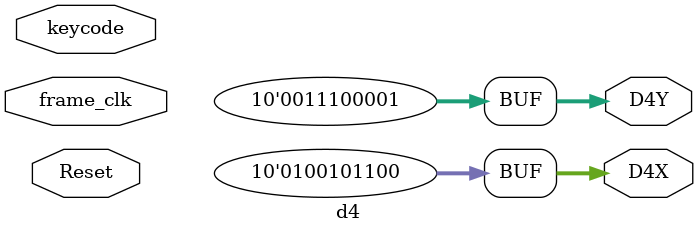
<source format=sv>



module  d4 ( input Reset, frame_clk, input [7:0] keycode,
               output [9:0]  D4X, D4Y);
    
       
    assign D4X = 300;
   
    assign D4Y = 225;
    

endmodule

</source>
